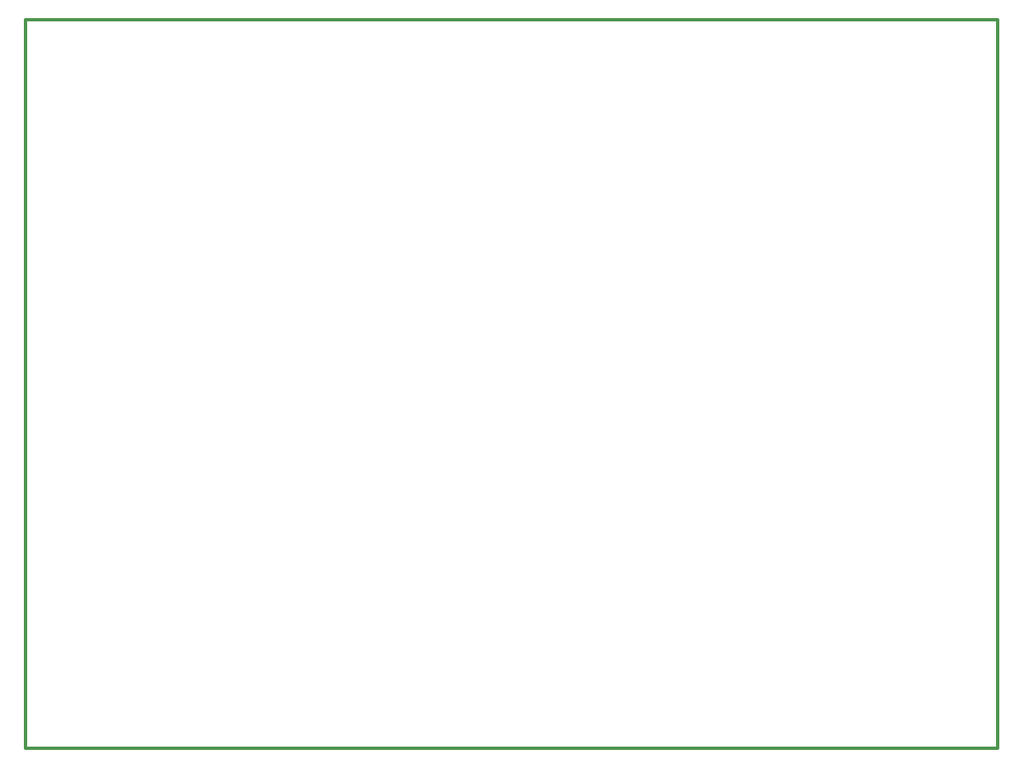
<source format=gko>
%FSLAX35Y35*%
%MOIN*%
%IN23=Platinen-Umriss(X.GKO)*%
%TF.FileFunction,Profile,NP*%
%ADD10C,0.00591*%
%ADD11C,0.00288*%
%ADD12C,0.00360*%
%ADD13C,0.00500*%
%ADD14C,0.00512*%
%ADD15C,0.00768*%
%ADD16C,0.00787*%
%ADD17C,0.01024*%
%ADD18C,0.01181*%
%ADD19C,0.01575*%
%ADD20C,0.01600*%
%ADD21C,0.03150*%
%ADD22C,0.03937*%
%ADD23C,0.04724*%
%ADD24C,0.05906*%
%ADD25C,0.07000*%
%AMR_26*21,1,0.02953,0.18898,0,0,90.000*%
%ADD26R_26*%
%AMR_27*21,1,0.05000,0.05000,0,0,0.000*%
%ADD27R_27*%
%AMR_28*21,1,0.05000,0.05000,0,0,90.000*%
%ADD28R_28*%
%AMR_29*21,1,0.05000,0.05000,0,0,180.000*%
%ADD29R_29*%
%AMR_30*21,1,0.05000,0.05000,0,0,270.000*%
%ADD30R_30*%
%AMR_31*21,1,0.05000,0.09843,0,0,270.000*%
%ADD31R_31*%
%AMR_32*21,1,0.05118,0.18898,0,0,90.000*%
%ADD32R_32*%
%AMR_33*21,1,0.06500,0.08500,0,0,90.000*%
%ADD33R_33*%
%AMR_34*21,1,0.07000,0.07000,0,0,180.000*%
%ADD34R_34*%
%AMR_35*21,1,0.19685,0.06875,0,0,0.000*%
%ADD35R_35*%
%AMR_36*21,1,0.19685,0.08125,0,0,0.000*%
%ADD36R_36*%
%AMR_37*21,1,0.19685,0.19685,0,0,0.000*%
%ADD37R_37*%
%AMOCT_38*4,1,8,0.023622,0.011811,0.011811,0.023622,-0.011811,0.023622,-0.023622,0.011811,-0.023622,-0.011811,-0.011811,-0.023622,0.011811,-0.023622,0.023622,-0.011811,0.023622,0.011811,0.000*%
%ADD38OCT_38*%
%AMOCT_39*4,1,8,0.023622,0.011811,0.011811,0.023622,-0.011811,0.023622,-0.023622,0.011811,-0.023622,-0.011811,-0.011811,-0.023622,0.011811,-0.023622,0.023622,-0.011811,0.023622,0.011811,270.000*%
%ADD39OCT_39*%
%AMOCT_40*4,1,8,0.031496,0.015748,0.015748,0.031496,-0.015748,0.031496,-0.031496,0.015748,-0.031496,-0.015748,-0.015748,-0.031496,0.015748,-0.031496,0.031496,-0.015748,0.031496,0.015748,90.000*%
%ADD40OCT_40*%
%AMOCT_41*4,1,8,0.031496,0.015748,0.015748,0.031496,-0.015748,0.031496,-0.031496,0.015748,-0.031496,-0.015748,-0.015748,-0.031496,0.015748,-0.031496,0.031496,-0.015748,0.031496,0.015748,270.000*%
%ADD41OCT_41*%
%AMOCT_42*4,1,8,0.035433,0.017717,0.017717,0.035433,-0.017717,0.035433,-0.035433,0.017717,-0.035433,-0.017717,-0.017717,-0.035433,0.017717,-0.035433,0.035433,-0.017717,0.035433,0.017717,180.000*%
%ADD42OCT_42*%
%AMOCT_43*4,1,8,0.035433,0.017717,0.017717,0.035433,-0.017717,0.035433,-0.035433,0.017717,-0.035433,-0.017717,-0.017717,-0.035433,0.017717,-0.035433,0.035433,-0.017717,0.035433,0.017717,270.000*%
%ADD43OCT_43*%
%AMOCT_44*4,1,8,0.041339,0.020669,0.020669,0.041339,-0.020669,0.041339,-0.041339,0.020669,-0.041339,-0.020669,-0.020669,-0.041339,0.020669,-0.041339,0.041339,-0.020669,0.041339,0.020669,0.000*%
%ADD44OCT_44*%
%AMOCT_45*4,1,8,0.049213,0.024606,0.024606,0.049213,-0.024606,0.049213,-0.049213,0.024606,-0.049213,-0.024606,-0.024606,-0.049213,0.024606,-0.049213,0.049213,-0.024606,0.049213,0.024606,0.000*%
%ADD45OCT_45*%
%ADD46O,0.09843X0.05000*%
%ADD47O,0.08500X0.06500*%
%AMRR_48*21,1,0.06299,0.05039,0,0,90.000*21,1,0.05039,0.06299,0,0,90.000*1,1,0.01260,-0.02520,0.02520*1,1,0.01260,0.02520,-0.02520*1,1,0.01260,0.02520,0.02520*1,1,0.01260,-0.02520,-0.02520*%
%ADD48RR_48*%
%AMRR_49*21,1,0.06299,0.05039,0,0,270.000*21,1,0.05039,0.06299,0,0,270.000*1,1,0.01260,0.02520,-0.02520*1,1,0.01260,-0.02520,0.02520*1,1,0.01260,-0.02520,-0.02520*1,1,0.01260,0.02520,0.02520*%
%ADD49RR_49*%
G54D18*
X0Y295275D02*
X0Y0D01*
X393700Y0D01*
X393700Y295275D01*
X0Y295275D01*
M02*

</source>
